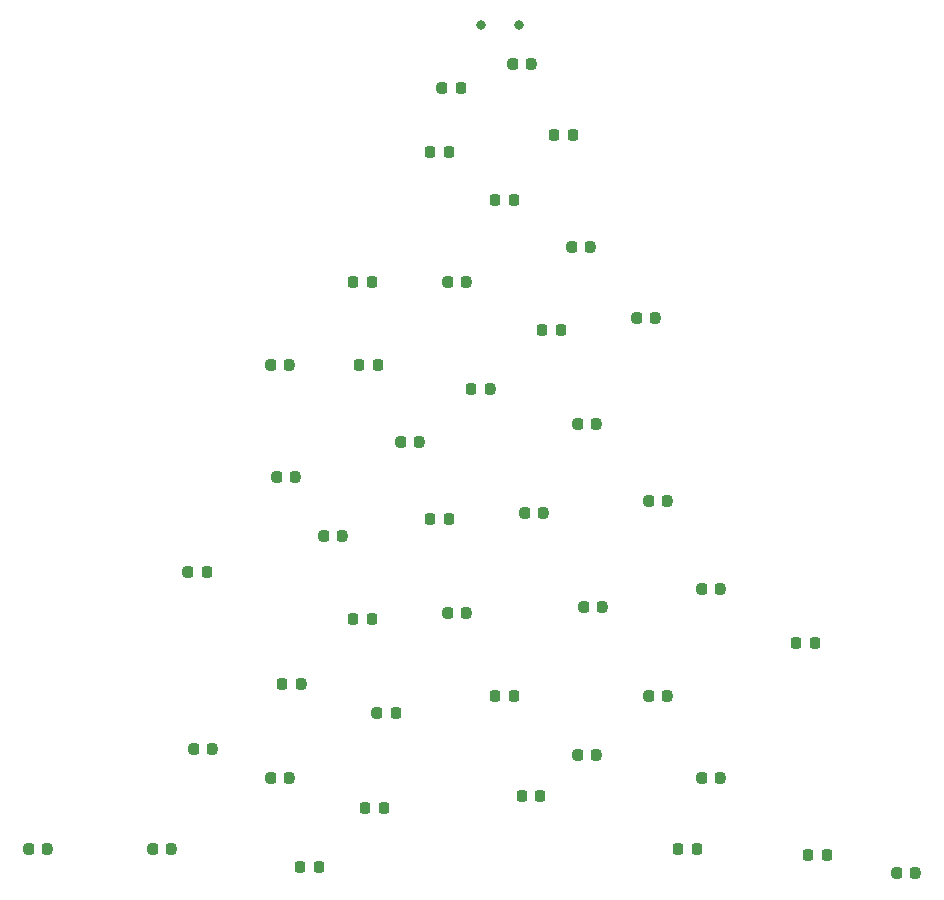
<source format=gbr>
%TF.GenerationSoftware,KiCad,Pcbnew,6.0.7*%
%TF.CreationDate,2022-12-24T10:16:03+01:00*%
%TF.ProjectId,xs-front,786d6173-2d73-46e6-9f6f-70792d626173,rev?*%
%TF.SameCoordinates,Original*%
%TF.FileFunction,Copper,L1,Top*%
%TF.FilePolarity,Positive*%
%FSLAX46Y46*%
G04 Gerber Fmt 4.6, Leading zero omitted, Abs format (unit mm)*
G04 Created by KiCad (PCBNEW 6.0.7) date 2022-12-24 10:16:03*
%MOMM*%
%LPD*%
G01*
G04 APERTURE LIST*
G04 Aperture macros list*
%AMRoundRect*
0 Rectangle with rounded corners*
0 $1 Rounding radius*
0 $2 $3 $4 $5 $6 $7 $8 $9 X,Y pos of 4 corners*
0 Add a 4 corners polygon primitive as box body*
4,1,4,$2,$3,$4,$5,$6,$7,$8,$9,$2,$3,0*
0 Add four circle primitives for the rounded corners*
1,1,$1+$1,$2,$3*
1,1,$1+$1,$4,$5*
1,1,$1+$1,$6,$7*
1,1,$1+$1,$8,$9*
0 Add four rect primitives between the rounded corners*
20,1,$1+$1,$2,$3,$4,$5,0*
20,1,$1+$1,$4,$5,$6,$7,0*
20,1,$1+$1,$6,$7,$8,$9,0*
20,1,$1+$1,$8,$9,$2,$3,0*%
G04 Aperture macros list end*
%TA.AperFunction,SMDPad,CuDef*%
%ADD10RoundRect,0.218750X0.218750X0.256250X-0.218750X0.256250X-0.218750X-0.256250X0.218750X-0.256250X0*%
%TD*%
%TA.AperFunction,SMDPad,CuDef*%
%ADD11RoundRect,0.218750X-0.218750X-0.256250X0.218750X-0.256250X0.218750X0.256250X-0.218750X0.256250X0*%
%TD*%
%TA.AperFunction,WasherPad*%
%ADD12C,0.800000*%
%TD*%
%TA.AperFunction,ViaPad*%
%ADD13C,0.600000*%
%TD*%
G04 APERTURE END LIST*
D10*
%TO.P,D4,1,K*%
%TO.N,Net-(D1-Pad1)*%
X136787500Y-137500000D03*
%TO.P,D4,2,A*%
%TO.N,Net-(D4-Pad2)*%
X135212500Y-137500000D03*
%TD*%
D11*
%TO.P,D28,1,K*%
%TO.N,Net-(D1-Pad1)*%
X89712500Y-94500000D03*
%TO.P,D28,2,A*%
%TO.N,Net-(D28-Pad2)*%
X91287500Y-94500000D03*
%TD*%
D10*
%TO.P,D6,1,K*%
%TO.N,Net-(D12-Pad1)*%
X120287500Y-129500000D03*
%TO.P,D6,2,A*%
%TO.N,Net-(D4-Pad2)*%
X118712500Y-129500000D03*
%TD*%
D11*
%TO.P,D35,1,K*%
%TO.N,Net-(D11-Pad1)*%
X83212500Y-121500000D03*
%TO.P,D35,2,A*%
%TO.N,Net-(D34-Pad2)*%
X84787500Y-121500000D03*
%TD*%
D10*
%TO.P,D9,1,K*%
%TO.N,Net-(D12-Pad1)*%
X115787500Y-122500000D03*
%TO.P,D9,2,A*%
%TO.N,Net-(D7-Pad2)*%
X114212500Y-122500000D03*
%TD*%
%TO.P,D5,1,K*%
%TO.N,Net-(D11-Pad1)*%
X129287500Y-136000000D03*
%TO.P,D5,2,A*%
%TO.N,Net-(D4-Pad2)*%
X127712500Y-136000000D03*
%TD*%
D11*
%TO.P,D22,1,K*%
%TO.N,Net-(D1-Pad1)*%
X106212500Y-75000000D03*
%TO.P,D22,2,A*%
%TO.N,Net-(D22-Pad2)*%
X107787500Y-75000000D03*
%TD*%
%TO.P,D39,1,K*%
%TO.N,Net-(D12-Pad1)*%
X75712500Y-127000000D03*
%TO.P,D39,2,A*%
%TO.N,Net-(D37-Pad2)*%
X77287500Y-127000000D03*
%TD*%
%TO.P,D33,1,K*%
%TO.N,Net-(D12-Pad1)*%
X82712500Y-104000000D03*
%TO.P,D33,2,A*%
%TO.N,Net-(D31-Pad2)*%
X84287500Y-104000000D03*
%TD*%
%TO.P,D24,1,K*%
%TO.N,Net-(D12-Pad1)*%
X96712500Y-71000000D03*
%TO.P,D24,2,A*%
%TO.N,Net-(D22-Pad2)*%
X98287500Y-71000000D03*
%TD*%
%TO.P,D26,1,K*%
%TO.N,Net-(D11-Pad1)*%
X95712500Y-76500000D03*
%TO.P,D26,2,A*%
%TO.N,Net-(D25-Pad2)*%
X97287500Y-76500000D03*
%TD*%
%TO.P,D40,1,K*%
%TO.N,Net-(D1-Pad1)*%
X61712500Y-135500000D03*
%TO.P,D40,2,A*%
%TO.N,Net-(D40-Pad2)*%
X63287500Y-135500000D03*
%TD*%
D12*
%TO.P,REF\u002A\u002A,*%
%TO.N,*%
X100000000Y-65750000D03*
%TD*%
D10*
%TO.P,D17,1,K*%
%TO.N,Net-(D11-Pad1)*%
X94787500Y-101000000D03*
%TO.P,D17,2,A*%
%TO.N,Net-(D16-Pad2)*%
X93212500Y-101000000D03*
%TD*%
%TO.P,D10,1,K*%
%TO.N,Net-(D1-Pad1)*%
X102787500Y-122500000D03*
%TO.P,D10,2,A*%
%TO.N,Net-(D10-Pad2)*%
X101212500Y-122500000D03*
%TD*%
D11*
%TO.P,D32,1,K*%
%TO.N,Net-(D11-Pad1)*%
X86712500Y-109000000D03*
%TO.P,D32,2,A*%
%TO.N,Net-(D31-Pad2)*%
X88287500Y-109000000D03*
%TD*%
D10*
%TO.P,D12,1,K*%
%TO.N,Net-(D12-Pad1)*%
X98787500Y-115500000D03*
%TO.P,D12,2,A*%
%TO.N,Net-(D10-Pad2)*%
X97212500Y-115500000D03*
%TD*%
%TO.P,D1,1,K*%
%TO.N,Net-(D1-Pad1)*%
X118287500Y-135500000D03*
%TO.P,D1,2,A*%
%TO.N,Net-(D1-Pad2)*%
X116712500Y-135500000D03*
%TD*%
D11*
%TO.P,D25,1,K*%
%TO.N,Net-(D1-Pad1)*%
X97212500Y-87500000D03*
%TO.P,D25,2,A*%
%TO.N,Net-(D25-Pad2)*%
X98787500Y-87500000D03*
%TD*%
%TO.P,D30,1,K*%
%TO.N,Net-(D12-Pad1)*%
X82212500Y-94500000D03*
%TO.P,D30,2,A*%
%TO.N,Net-(D28-Pad2)*%
X83787500Y-94500000D03*
%TD*%
D10*
%TO.P,D20,1,K*%
%TO.N,Net-(D11-Pad1)*%
X106787500Y-91500000D03*
%TO.P,D20,2,A*%
%TO.N,Net-(D19-Pad2)*%
X105212500Y-91500000D03*
%TD*%
D11*
%TO.P,D27,1,K*%
%TO.N,Net-(D12-Pad1)*%
X101212500Y-80500000D03*
%TO.P,D27,2,A*%
%TO.N,Net-(D25-Pad2)*%
X102787500Y-80500000D03*
%TD*%
D10*
%TO.P,D2,1,K*%
%TO.N,Net-(D11-Pad1)*%
X109787500Y-127500000D03*
%TO.P,D2,2,A*%
%TO.N,Net-(D1-Pad2)*%
X108212500Y-127500000D03*
%TD*%
%TO.P,D7,1,K*%
%TO.N,Net-(D1-Pad1)*%
X120287500Y-113500000D03*
%TO.P,D7,2,A*%
%TO.N,Net-(D7-Pad2)*%
X118712500Y-113500000D03*
%TD*%
D11*
%TO.P,D37,1,K*%
%TO.N,Net-(D1-Pad1)*%
X82212500Y-129500000D03*
%TO.P,D37,2,A*%
%TO.N,Net-(D37-Pad2)*%
X83787500Y-129500000D03*
%TD*%
%TO.P,D31,1,K*%
%TO.N,Net-(D1-Pad1)*%
X75212500Y-112000000D03*
%TO.P,D31,2,A*%
%TO.N,Net-(D31-Pad2)*%
X76787500Y-112000000D03*
%TD*%
D10*
%TO.P,D14,1,K*%
%TO.N,Net-(D11-Pad1)*%
X115787500Y-106000000D03*
%TO.P,D14,2,A*%
%TO.N,Net-(D13-Pad2)*%
X114212500Y-106000000D03*
%TD*%
%TO.P,D11,1,K*%
%TO.N,Net-(D11-Pad1)*%
X110287500Y-115000000D03*
%TO.P,D11,2,A*%
%TO.N,Net-(D10-Pad2)*%
X108712500Y-115000000D03*
%TD*%
%TO.P,D19,1,K*%
%TO.N,Net-(D1-Pad1)*%
X114787500Y-90500000D03*
%TO.P,D19,2,A*%
%TO.N,Net-(D19-Pad2)*%
X113212500Y-90500000D03*
%TD*%
%TO.P,D18,1,K*%
%TO.N,Net-(D12-Pad1)*%
X109787500Y-99500000D03*
%TO.P,D18,2,A*%
%TO.N,Net-(D16-Pad2)*%
X108212500Y-99500000D03*
%TD*%
D11*
%TO.P,D42,1,K*%
%TO.N,Net-(D12-Pad1)*%
X84712500Y-137000000D03*
%TO.P,D42,2,A*%
%TO.N,Net-(D40-Pad2)*%
X86287500Y-137000000D03*
%TD*%
D10*
%TO.P,D8,1,K*%
%TO.N,Net-(D11-Pad1)*%
X128287500Y-118000000D03*
%TO.P,D8,2,A*%
%TO.N,Net-(D7-Pad2)*%
X126712500Y-118000000D03*
%TD*%
D11*
%TO.P,D23,1,K*%
%TO.N,Net-(D11-Pad1)*%
X102712500Y-69000000D03*
%TO.P,D23,2,A*%
%TO.N,Net-(D22-Pad2)*%
X104287500Y-69000000D03*
%TD*%
D10*
%TO.P,D15,1,K*%
%TO.N,Net-(D12-Pad1)*%
X105287500Y-107000000D03*
%TO.P,D15,2,A*%
%TO.N,Net-(D13-Pad2)*%
X103712500Y-107000000D03*
%TD*%
%TO.P,D21,1,K*%
%TO.N,Net-(D12-Pad1)*%
X109287500Y-84500000D03*
%TO.P,D21,2,A*%
%TO.N,Net-(D19-Pad2)*%
X107712500Y-84500000D03*
%TD*%
D11*
%TO.P,D34,1,K*%
%TO.N,Net-(D1-Pad1)*%
X89212500Y-116000000D03*
%TO.P,D34,2,A*%
%TO.N,Net-(D34-Pad2)*%
X90787500Y-116000000D03*
%TD*%
%TO.P,D3,1,K*%
%TO.N,Net-(D12-Pad1)*%
X103462500Y-131000000D03*
%TO.P,D3,2,A*%
%TO.N,Net-(D1-Pad2)*%
X105037500Y-131000000D03*
%TD*%
%TO.P,D29,1,K*%
%TO.N,Net-(D11-Pad1)*%
X89212500Y-87500000D03*
%TO.P,D29,2,A*%
%TO.N,Net-(D28-Pad2)*%
X90787500Y-87500000D03*
%TD*%
%TO.P,D38,1,K*%
%TO.N,Net-(D11-Pad1)*%
X90212500Y-132000000D03*
%TO.P,D38,2,A*%
%TO.N,Net-(D37-Pad2)*%
X91787500Y-132000000D03*
%TD*%
D12*
%TO.P,,*%
%TO.N,*%
X103250000Y-65750000D03*
%TD*%
D11*
%TO.P,D36,1,K*%
%TO.N,Net-(D12-Pad1)*%
X91212500Y-124000000D03*
%TO.P,D36,2,A*%
%TO.N,Net-(D34-Pad2)*%
X92787500Y-124000000D03*
%TD*%
%TO.P,D41,1,K*%
%TO.N,Net-(D11-Pad1)*%
X72212500Y-135500000D03*
%TO.P,D41,2,A*%
%TO.N,Net-(D40-Pad2)*%
X73787500Y-135500000D03*
%TD*%
D10*
%TO.P,D16,1,K*%
%TO.N,Net-(D1-Pad1)*%
X100787500Y-96500000D03*
%TO.P,D16,2,A*%
%TO.N,Net-(D16-Pad2)*%
X99212500Y-96500000D03*
%TD*%
%TO.P,D13,1,K*%
%TO.N,Net-(D1-Pad1)*%
X97287500Y-107500000D03*
%TO.P,D13,2,A*%
%TO.N,Net-(D13-Pad2)*%
X95712500Y-107500000D03*
%TD*%
D13*
%TO.N,Net-(D1-Pad1)*%
X106000000Y-75000000D03*
X101000000Y-96500000D03*
X97500000Y-107500000D03*
X103000000Y-122500000D03*
X97000000Y-87500000D03*
X89000000Y-116000000D03*
X118500000Y-135500000D03*
X82000000Y-129500000D03*
X137000000Y-137500000D03*
X120500000Y-113500000D03*
X115000000Y-90500000D03*
X89500000Y-94500000D03*
X75000000Y-112000000D03*
X61500000Y-135500000D03*
%TO.N,Net-(D1-Pad2)*%
X105000000Y-131000000D03*
X116500000Y-135500000D03*
X108000000Y-127500000D03*
%TO.N,Net-(D11-Pad1)*%
X90000000Y-132000000D03*
X110500000Y-115000000D03*
X89000000Y-87500000D03*
X83000000Y-121500000D03*
X110000000Y-127500000D03*
X95000000Y-101000000D03*
X107000000Y-91500000D03*
X95500000Y-76500000D03*
X102500000Y-69000000D03*
X129500000Y-136000000D03*
X86500000Y-109000000D03*
X116000000Y-106000000D03*
X72000000Y-135500000D03*
X128500000Y-118000000D03*
%TO.N,Net-(D12-Pad1)*%
X120500000Y-129500000D03*
X82000000Y-94500000D03*
X84500000Y-137000000D03*
X103500000Y-131000000D03*
X109500000Y-84500000D03*
X105500000Y-107000000D03*
X82500000Y-104000000D03*
X75500000Y-127000000D03*
X96500000Y-71000000D03*
X110000000Y-99500000D03*
X99000000Y-115500000D03*
X91000000Y-124000000D03*
X101000000Y-80500000D03*
X116000000Y-122500000D03*
%TO.N,Net-(D4-Pad2)*%
X127500000Y-136000000D03*
X118500000Y-129500000D03*
X135000000Y-137500000D03*
%TO.N,Net-(D7-Pad2)*%
X118500000Y-113500000D03*
X126500000Y-118000000D03*
X114000000Y-122500000D03*
%TO.N,Net-(D10-Pad2)*%
X108500000Y-115000000D03*
X97000000Y-115500000D03*
X101000000Y-122500000D03*
%TO.N,Net-(D13-Pad2)*%
X103500000Y-107000000D03*
X95500000Y-107500000D03*
X114000000Y-106000000D03*
%TO.N,Net-(D16-Pad2)*%
X99000000Y-96500000D03*
X93000000Y-101000000D03*
X108000000Y-99500000D03*
%TO.N,Net-(D19-Pad2)*%
X107500000Y-84500000D03*
X113000000Y-90500000D03*
X105000000Y-91500000D03*
%TO.N,Net-(D22-Pad2)*%
X104500000Y-69000000D03*
X98500000Y-71000000D03*
X108000000Y-75000000D03*
%TO.N,Net-(D25-Pad2)*%
X97500000Y-76500000D03*
X99000000Y-87500000D03*
X103000000Y-80500000D03*
%TO.N,Net-(D28-Pad2)*%
X91500000Y-94500000D03*
X84000000Y-94500000D03*
X91000000Y-87500000D03*
%TO.N,Net-(D31-Pad2)*%
X88500000Y-109000000D03*
X77000000Y-112000000D03*
X84500000Y-104000000D03*
%TO.N,Net-(D34-Pad2)*%
X91000000Y-116000000D03*
X93000000Y-124000000D03*
X85000000Y-121500000D03*
%TO.N,Net-(D37-Pad2)*%
X84000000Y-129500000D03*
X77500000Y-127000000D03*
X92000000Y-132000000D03*
%TO.N,Net-(D40-Pad2)*%
X74000000Y-135500000D03*
X86500000Y-137000000D03*
X63500000Y-135500000D03*
%TD*%
M02*

</source>
